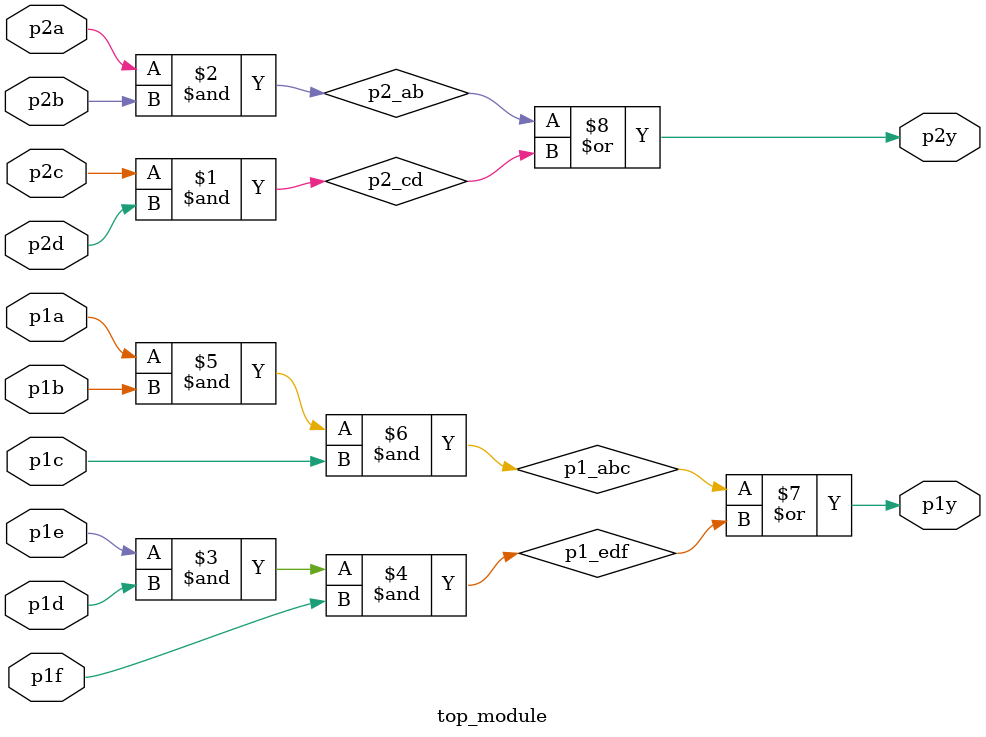
<source format=v>
module top_module ( 
    input p1a, p1b, p1c, p1d, p1e, p1f,
    output p1y,
    input p2a, p2b, p2c, p2d,
    output p2y );
	
		wire p1_abc, p1_edf, p2_ab, p2_cd;
		assign {p1_abc, p1_edf, p2_ab, p2_cd} = {(p1a & p1b & p1c), (p1e & p1d & p1f), (p2a & p2b), (p2c & p2d)};
	  assign p1y = p1_abc | p1_edf;
	  assign p2y = p2_ab | p2_cd;
    
endmodule

</source>
